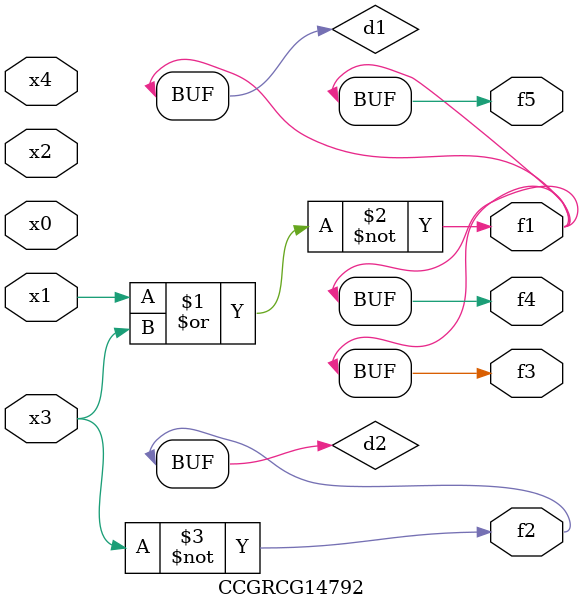
<source format=v>
module CCGRCG14792(
	input x0, x1, x2, x3, x4,
	output f1, f2, f3, f4, f5
);

	wire d1, d2;

	nor (d1, x1, x3);
	not (d2, x3);
	assign f1 = d1;
	assign f2 = d2;
	assign f3 = d1;
	assign f4 = d1;
	assign f5 = d1;
endmodule

</source>
